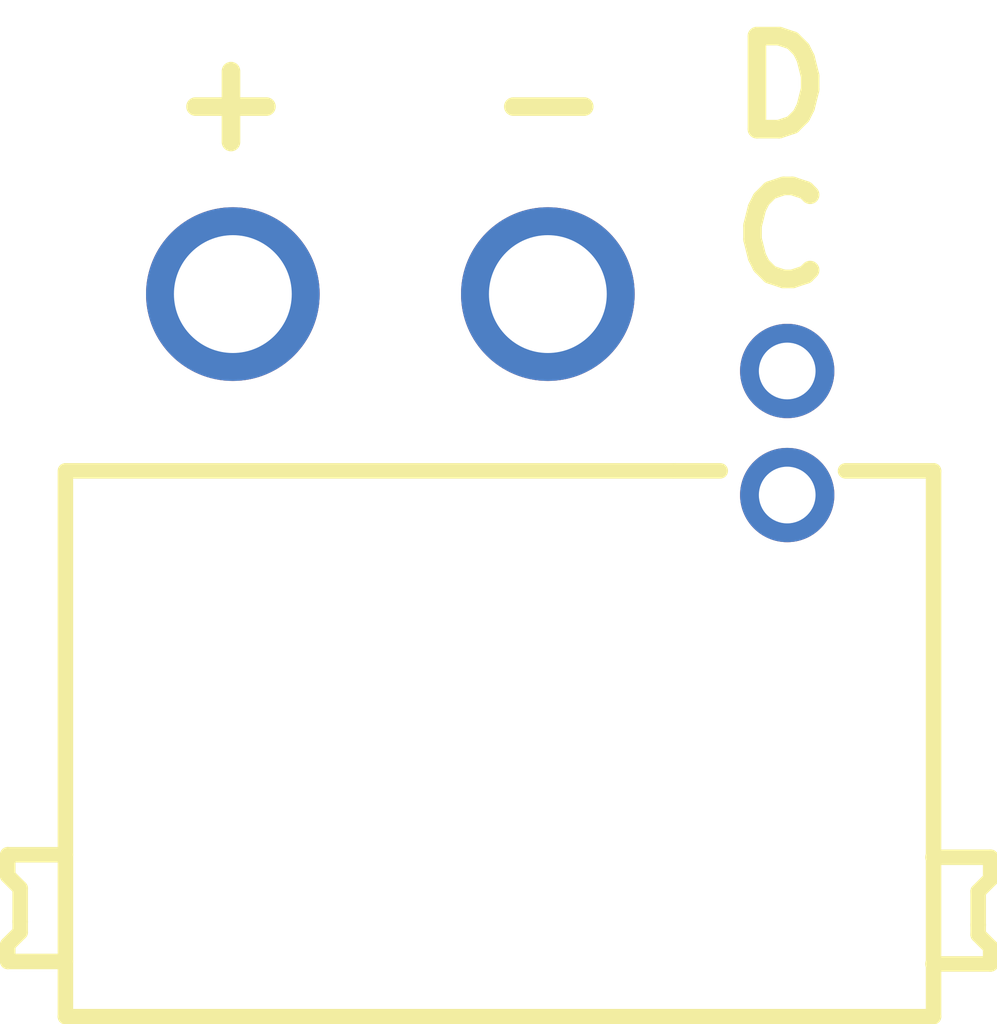
<source format=kicad_pcb>
(kicad_pcb (version 20241229) (generator "pcbnew") (generator_version "9.0")
  (layers (0 "F.Cu" signal) (2 "B.Cu" signal) (13 "F.Paste" user) (15 "B.Paste" user) (5 "F.SilkS" user "F.Silkscreen") (7 "B.SilkS" user "B.Silkscreen") (1 "F.Mask" user) (3 "B.Mask" user) (25 "Edge.Cuts" user))
  (net 0 "")
  (net 1 "line-1")
  (net 2 "gnd")
  (net 3 "line")
  (net 4 "hv")
  (footprint "Changzhou_Amass_Elec_XT30PW_2_2__M_G_B:CONN-TH_4P-XT30PW-M" (layer "F.Cu") (at 0 0 0)
    (property "Reference" "U1" (hide yes))
    (property "Value" "")
    (fp_line (start -8.1 7.42) (end -8.1 7.76) (stroke (width 0.25)) (layer "F.SilkS"))
    (fp_line (start -8.1 7.76) (end -7.9 7.96) (stroke (width 0.25)) (layer "F.SilkS"))
    (fp_line (start -8.1 8.87) (end -8.1 9.14) (stroke (width 0.25)) (layer "F.SilkS"))
    (fp_line (start -8.1 9.14) (end -7.17 9.14) (stroke (width 0.25)) (layer "F.SilkS"))
    (fp_line (start -7.9 7.96) (end -7.9 8.5) (stroke (width 0.25)) (layer "F.SilkS"))
    (fp_line (start -7.9 8.5) (end -7.9 8.67) (stroke (width 0.25)) (layer "F.SilkS"))
    (fp_line (start -7.9 8.67) (end -8.1 8.87) (stroke (width 0.25)) (layer "F.SilkS"))
    (fp_line (start -7.17 7.42) (end -8.1 7.42) (stroke (width 0.25)) (layer "F.SilkS"))
    (fp_line (start -7.17 10.03) (end -7.17 1.23) (stroke (width 0.25)) (layer "F.SilkS"))
    (fp_line (start 2.64 1.23) (end -7.16 1.23) (stroke (width 0.25)) (layer "F.SilkS"))
    (fp_line (start 2.64 1.23) (end 3.39 1.23) (stroke (width 0.25)) (layer "F.SilkS"))
    (fp_line (start 6.82 7.46) (end 7.75 7.46) (stroke (width 0.25)) (layer "F.SilkS"))
    (fp_line (start 6.83 1.23) (end 5.41 1.23) (stroke (width 0.25)) (layer "F.SilkS"))
    (fp_line (start 6.83 1.23) (end 6.83 10.03) (stroke (width 0.25)) (layer "F.SilkS"))
    (fp_line (start 6.83 10.03) (end -7.17 10.03) (stroke (width 0.25)) (layer "F.SilkS"))
    (fp_line (start 7.55 8.01) (end 7.55 8.55) (stroke (width 0.25)) (layer "F.SilkS"))
    (fp_line (start 7.55 8.55) (end 7.55 8.71) (stroke (width 0.25)) (layer "F.SilkS"))
    (fp_line (start 7.55 8.71) (end 7.75 8.91) (stroke (width 0.25)) (layer "F.SilkS"))
    (fp_line (start 7.75 7.46) (end 7.75 7.81) (stroke (width 0.25)) (layer "F.SilkS"))
    (fp_line (start 7.75 7.81) (end 7.55 8.01) (stroke (width 0.25)) (layer "F.SilkS"))
    (fp_line (start 7.75 8.91) (end 7.75 9.18) (stroke (width 0.25)) (layer "F.SilkS"))
    (fp_line (start 7.75 9.18) (end 6.82 9.18) (stroke (width 0.25)) (layer "F.SilkS"))
    (pad "1" thru_hole circle (at -4.47 -1.62 0) (size 2.8 2.8) (drill 1.900022) (layers "*.Cu" "*.Mask") (net 4 "hv"))
    (pad "2" thru_hole circle (at 0.61 -1.62 0) (size 2.8 2.8) (drill 1.900022) (layers "*.Cu" "*.Mask") (net 2 "gnd"))
    (pad "3" thru_hole circle (at 4.47 -0.38 0) (size 1.52 1.52) (drill 0.9144) (layers "*.Cu" "*.Mask") (net 1 "line-1"))
    (pad "4" thru_hole circle (at 4.47 1.62 0) (size 1.52 1.52) (drill 0.9144) (layers "*.Cu" "*.Mask") (net 3 "line"))
  )
  (gr_text "+" (at -4.5 -4.75 0) (layer "F.SilkS") (effects (font (size 1.5 1.5) (thickness 0.3))))
  (gr_text "D\nC" (at 4.375 -3.75 0) (layer "F.SilkS") (effects (font (size 1.5 1.5) (thickness 0.3))))
  (gr_text "-" (at 0.625 -4.75 0) (layer "F.SilkS") (effects (font (size 1.5 1.5) (thickness 0.3))))
)
</source>
